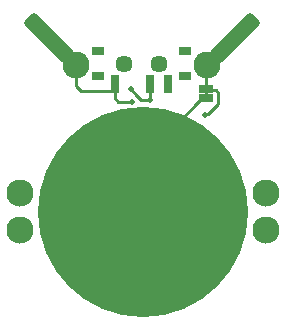
<source format=gbl>
G04*
G04 #@! TF.GenerationSoftware,Altium Limited,Altium Designer,21.8.1 (53)*
G04*
G04 Layer_Physical_Order=2*
G04 Layer_Color=16711680*
%FSLAX25Y25*%
%MOIN*%
G70*
G04*
G04 #@! TF.SameCoordinates,EAB1D6EC-1EA1-4DD2-ABEC-5B70A443AB20*
G04*
G04*
G04 #@! TF.FilePolarity,Positive*
G04*
G01*
G75*
%ADD11C,0.01000*%
G04:AMPARAMS|DCode=30|XSize=53.15mil|YSize=196.85mil|CornerRadius=13.29mil|HoleSize=0mil|Usage=FLASHONLY|Rotation=135.000|XOffset=0mil|YOffset=0mil|HoleType=Round|Shape=RoundedRectangle|*
%AMROUNDEDRECTD30*
21,1,0.05315,0.17028,0,0,135.0*
21,1,0.02657,0.19685,0,0,135.0*
1,1,0.02657,0.05081,0.06960*
1,1,0.02657,0.06960,0.05081*
1,1,0.02657,-0.05081,-0.06960*
1,1,0.02657,-0.06960,-0.05081*
%
%ADD30ROUNDEDRECTD30*%
G04:AMPARAMS|DCode=31|XSize=53.15mil|YSize=196.85mil|CornerRadius=13.29mil|HoleSize=0mil|Usage=FLASHONLY|Rotation=45.000|XOffset=0mil|YOffset=0mil|HoleType=Round|Shape=RoundedRectangle|*
%AMROUNDEDRECTD31*
21,1,0.05315,0.17028,0,0,45.0*
21,1,0.02657,0.19685,0,0,45.0*
1,1,0.02657,0.06960,-0.05081*
1,1,0.02657,0.05081,-0.06960*
1,1,0.02657,-0.06960,0.05081*
1,1,0.02657,-0.05081,0.06960*
%
%ADD31ROUNDEDRECTD31*%
%ADD32C,0.09055*%
%ADD33C,0.05709*%
%ADD34C,0.09000*%
%ADD35C,0.01968*%
%ADD36C,0.70079*%
%ADD37R,0.03937X0.03150*%
%ADD38R,0.02756X0.05906*%
%ADD39R,0.05000X0.02500*%
D11*
X34000Y194086D02*
Y201000D01*
Y194086D02*
X35586Y192500D01*
X46169D01*
X77501Y189248D02*
Y197031D01*
X77500Y193100D02*
Y200883D01*
X77613Y200996D01*
X58680Y189390D02*
X58790Y189280D01*
X47024Y190024D02*
X48213Y188835D01*
X52764D01*
X52500Y192894D02*
Y193000D01*
Y192894D02*
X54204Y191190D01*
Y190908D02*
Y191190D01*
Y190908D02*
X55722Y189390D01*
X58680D01*
X47024Y190024D02*
Y193354D01*
X77000Y184500D02*
X77185Y184685D01*
X78157D01*
X81500Y188029D01*
X77950Y192650D02*
X80621D01*
X56500Y170150D02*
X76250Y189900D01*
X77500Y193100D02*
X77950Y192650D01*
X56500Y152000D02*
Y170150D01*
X80621Y192650D02*
X81500Y191771D01*
Y188029D02*
Y191771D01*
X76250Y189900D02*
X77500D01*
X47024Y193354D02*
X47047Y193378D01*
Y194610D01*
X46169Y192500D02*
X47047Y193378D01*
X58879Y189411D02*
X58900Y189390D01*
X58879Y189411D02*
Y194589D01*
X58858Y194610D02*
X58879Y194589D01*
D30*
X87106Y210142D02*
D03*
D31*
X25000Y210000D02*
D03*
D32*
X97445Y146095D02*
D03*
Y158299D02*
D03*
X15555D02*
D03*
Y146095D02*
D03*
D33*
X61811Y201500D02*
D03*
X50000D02*
D03*
D34*
X34000Y201000D02*
D03*
X77613Y200996D02*
D03*
D35*
X46500Y173000D02*
D03*
X52764Y188835D02*
D03*
X52500Y193000D02*
D03*
X77000Y184500D02*
D03*
X82500Y141500D02*
D03*
X70756Y163315D02*
D03*
X30223Y147694D02*
D03*
X58900Y189390D02*
D03*
D36*
X56500Y152000D02*
D03*
D37*
X41535Y197366D02*
D03*
Y205634D02*
D03*
X70276D02*
D03*
Y197366D02*
D03*
D38*
X64764Y194610D02*
D03*
X58858D02*
D03*
X47047D02*
D03*
D39*
X77500Y193100D02*
D03*
Y189900D02*
D03*
M02*

</source>
